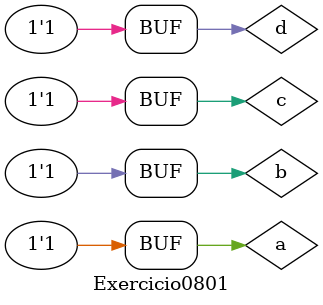
<source format=v>


 module circuito (s, a, b, c, d);
 output s;
 input  a, b, c, d;
 wire w0, w1, w2, w3, w4, w5;
 
 not NOT1 (w0, a);
 not NOT2 (w1, d);
 not NOT3 (w2, b);
 and AND1 (w3, w0, c, d);
 and AND2 (w4, a, b, w1);
 and AND3 (w5, w2, c);
 or  OR1 (s, w3, w4, w5);
   
 endmodule // circuito 

// ----------------------
// -- Exercicio0801
// ----------------------

 module Exercicio0801;
 reg   a, b, c, d;
 wire  s;
          // instancia
 circuito circuito01 (s, a, b, c,d);
 
          // parte principal
 initial begin
      $display("Exercicio0801");
      $display("Luiz Felipe Fonseca - 405817");
      $display("\na  b  c  d  =  s\n");
      $monitor("%b  %b  %b  %b  =  %b", a, b, c, d, s );   
	   a=0;b=0;c=0;d=0;
   #1 a=0;b=0;c=0;d=1;
   #1 a=0;b=0;c=1;d=0;
   #1 a=0;b=0;c=1;d=1;
   #1 a=0;b=1;c=0;d=0;
   #1 a=0;b=1;c=0;d=1;
   #1 a=0;b=1;c=1;d=0;
   #1 a=0;b=1;c=1;d=1;
   #1 a=1;b=0;c=0;d=0;
   #1 a=1;b=0;c=0;d=1;
   #1 a=1;b=0;c=1;d=0;
   #1 a=1;b=0;c=1;d=1;
   #1 a=1;b=1;c=0;d=0;
   #1 a=1;b=1;c=0;d=1;
   #1 a=1;b=1;c=1;d=0;
   #1 a=1;b=1;c=1;d=1;
     

 end

endmodule // Exercicio0801

</source>
